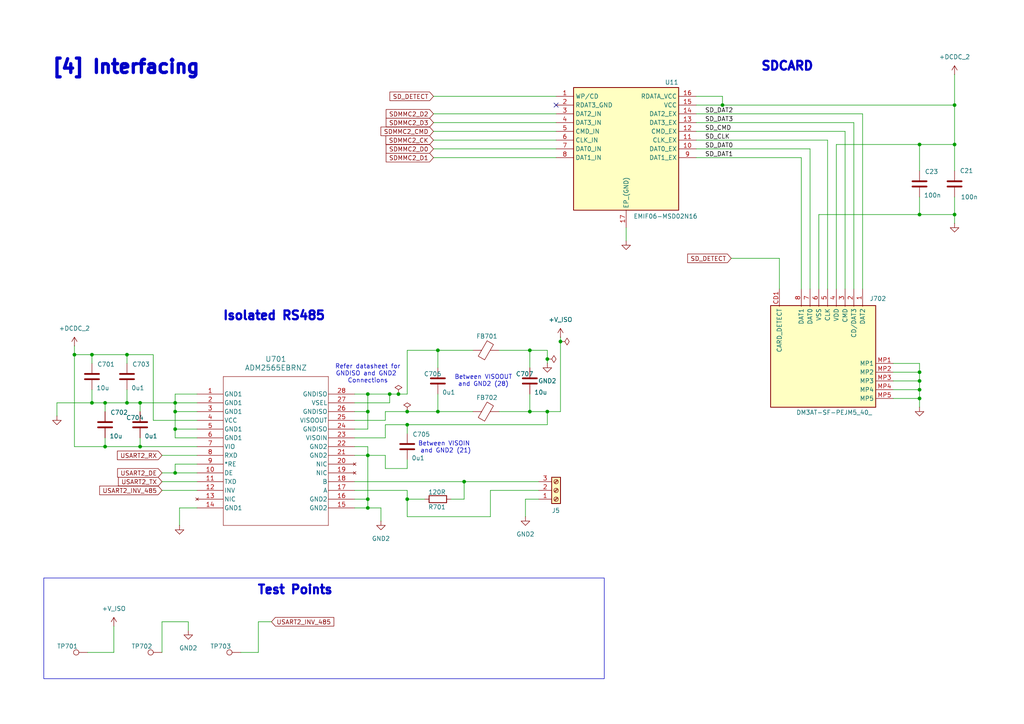
<source format=kicad_sch>
(kicad_sch (version 20231120) (generator "eeschema") (generator_version "8.0")
  (paper "A4")
  (title_block (title "Energy Monitoring System") (rev "v1.0.0") (company "Manufacturing Innovation Network Laboratory (MINLab)") (comment 1 "Developed by Vignesh Selvaraj"))
  (lib_symbols
    (symbol "Connector:Screw_Terminal_01x03" (pin_names (offset 1.016) hide)
      (property "Reference" "J" (at 0 5.08 0))
      (property "Value" "Screw_Terminal_01x03" (at 0 -5.08 0))
      (symbol "Screw_Terminal_01x03_1_1"
        (rectangle (start -1.27 3.81) (end 1.27 -3.81) (stroke (width 0.254)) (fill (type background)))
        (circle (center 0 -2.54) (radius 0.635) (stroke (width 0.1524)))
        (polyline (pts (xy -0.5334 -2.2098) (xy 0.3302 -3.048)) (stroke (width 0.1524)))
        (polyline (pts (xy -0.5334 0.3302) (xy 0.3302 -0.508)) (stroke (width 0.1524)))
        (polyline (pts (xy -0.5334 2.8702) (xy 0.3302 2.032)) (stroke (width 0.1524)))
        (polyline (pts (xy -0.3556 -2.032) (xy 0.508 -2.8702)) (stroke (width 0.1524)))
        (polyline (pts (xy -0.3556 0.508) (xy 0.508 -0.3302)) (stroke (width 0.1524)))
        (polyline (pts (xy -0.3556 3.048) (xy 0.508 2.2098)) (stroke (width 0.1524)))
        (circle (center 0 0) (radius 0.635) (stroke (width 0.1524)))
        (circle (center 0 2.54) (radius 0.635) (stroke (width 0.1524)))
        (pin passive line (at -5.08 2.54 0) (length 3.81) (name "Pin_1") (number "1"))
        (pin passive line (at -5.08 0 0) (length 3.81) (name "Pin_2") (number "2"))
        (pin passive line (at -5.08 -2.54 0) (length 3.81) (name "Pin_3") (number "3"))
      )
    )
    (symbol "Connector:TestPoint" (pin_numbers hide) (pin_names (offset 0.762) hide)
      (property "Reference" "TP" (at 0 6.858 0))
      (property "Value" "TestPoint" (at 0 5.08 0))
      (symbol "TestPoint_0_1"
        (circle (center 0 3.302) (radius 0.762))
      )
      (symbol "TestPoint_1_1"
        (pin passive line (at 0 0 90) (length 2.54) (name "1") (number "1"))
      )
    )
    (symbol "Device:C" (pin_numbers hide) (pin_names (offset 0.254))
      (property "Reference" "C" (at 0.635 2.54 0))
      (property "Value" "C" (at 0.635 -2.54 0))
      (symbol "C_0_1"
        (polyline (pts (xy -2.032 -0.762) (xy 2.032 -0.762)) (stroke (width 0.508)))
        (polyline (pts (xy -2.032 0.762) (xy 2.032 0.762)) (stroke (width 0.508)))
      )
      (symbol "C_1_1"
        (pin passive line (at 0 3.81 270) (length 2.794) (name "~") (number "1"))
        (pin passive line (at 0 -3.81 90) (length 2.794) (name "~") (number "2"))
      )
    )
    (symbol "Device:FerriteBead" (pin_numbers hide) (pin_names (offset 0))
      (property "Reference" "FB" (at -3.81 0.635 90))
      (property "Value" "FerriteBead" (at 3.81 0 90))
      (symbol "FerriteBead_0_1"
        (polyline (pts (xy 0 -1.27) (xy 0 -1.2192)))
        (polyline (pts (xy 0 1.27) (xy 0 1.2954)))
        (polyline (pts (xy -2.7686 0.4064) (xy -1.7018 2.2606) (xy 2.7686 -0.3048) (xy 1.6764 -2.159) (xy -2.7686 0.4064)))
      )
      (symbol "FerriteBead_1_1"
        (pin passive line (at 0 3.81 270) (length 2.54) (name "~") (number "1"))
        (pin passive line (at 0 -3.81 90) (length 2.54) (name "~") (number "2"))
      )
    )
    (symbol "Device:R" (pin_numbers hide) (pin_names (offset 0))
      (property "Reference" "R" (at 2.032 0 90))
      (property "Value" "R" (at 0 0 90))
      (symbol "R_0_1"
        (rectangle (start -1.016 -2.54) (end 1.016 2.54) (stroke (width 0.254)))
      )
      (symbol "R_1_1"
        (pin passive line (at 0 3.81 270) (length 1.27) (name "~") (number "1"))
        (pin passive line (at 0 -3.81 90) (length 1.27) (name "~") (number "2"))
      )
    )
    (symbol "EMS:+DCDC_2" (power) (pin_numbers hide) (pin_names (offset 0) hide) (in_bom no) (on_board no)
      (property "Value" "+DCDC_2" (at 0 3.302 0))
      (symbol "+DCDC_2_0_1"
        (polyline (pts (xy 0 2.54) (xy 0.762 1.27)))
        (polyline (pts (xy 0 0) (xy 0 2.54) (xy -0.762 1.27)))
      )
      (symbol "+DCDC_2_1_1"
        (pin power_in line (at 0 0 90) (length 0) (name "~") (number "1"))
      )
    )
    (symbol "EMS:+V_ISO" (power) (pin_numbers hide) (pin_names (offset 0) hide) (in_bom no) (on_board no)
      (property "Value" "+V_ISO" (at 0 3.302 0))
      (symbol "+V_ISO_0_1"
        (polyline (pts (xy 0 2.54) (xy 0.762 1.27)))
        (polyline (pts (xy 0 0) (xy 0 2.54) (xy -0.762 1.27)))
      )
      (symbol "+V_ISO_1_1"
        (pin power_in line (at 0 0 90) (length 0) (name "~") (number "1"))
      )
    )
    (symbol "EMS:ADM2565EBRNZ" (pin_names (offset 0.254))
      (property "Reference" "U" (at 1.27 25.4 0))
      (property "Value" "ADM2565EBRNZ" (at 1.27 22.86 0))
      (symbol "ADM2565EBRNZ_0_1"
        (polyline (pts (xy -13.97 -22.86) (xy 16.51 -22.86)) (stroke (width 0.127)))
        (polyline (pts (xy -13.97 20.32) (xy -13.97 -22.86)) (stroke (width 0.127)))
        (polyline (pts (xy 16.51 -22.86) (xy 16.51 20.32)) (stroke (width 0.127)))
        (polyline (pts (xy 16.51 20.32) (xy -13.97 20.32)) (stroke (width 0.127)))
        (pin power_in line (at -21.59 15.24 0) (length 7.62) (name "GND1") (number "1"))
        (pin passive line (at -21.59 -7.62 0) (length 7.62) (name "DE") (number "10"))
        (pin input line (at -21.59 -10.16 0) (length 7.62) (name "TXD") (number "11"))
        (pin input line (at -21.59 -12.7 0) (length 7.62) (name "INV") (number "12"))
        (pin no_connect line (at -21.59 -15.24 0) (length 7.62) (name "NIC") (number "13"))
        (pin power_in line (at -21.59 -17.78 0) (length 7.62) (name "GND1") (number "14"))
        (pin power_in line (at 24.13 -17.78 180) (length 7.62) (name "GND2") (number "15"))
        (pin power_in line (at 24.13 -15.24 180) (length 7.62) (name "GND2") (number "16"))
        (pin bidirectional line (at 24.13 -12.7 180) (length 7.62) (name "A") (number "17"))
        (pin bidirectional line (at 24.13 -10.16 180) (length 7.62) (name "B") (number "18"))
        (pin no_connect line (at 24.13 -7.62 180) (length 7.62) (name "NIC") (number "19"))
        (pin power_in line (at -21.59 12.7 0) (length 7.62) (name "GND1") (number "2"))
        (pin no_connect line (at 24.13 -5.08 180) (length 7.62) (name "NIC") (number "20"))
        (pin power_in line (at 24.13 -2.54 180) (length 7.62) (name "GND2") (number "21"))
        (pin power_in line (at 24.13 0 180) (length 7.62) (name "GND2") (number "22"))
        (pin power_in line (at 24.13 2.54 180) (length 7.62) (name "VISOIN") (number "23"))
        (pin power_in line (at 24.13 5.08 180) (length 7.62) (name "GNDISO") (number "24"))
        (pin power_in line (at 24.13 7.62 180) (length 7.62) (name "VISOOUT") (number "25"))
        (pin power_in line (at 24.13 10.16 180) (length 7.62) (name "GNDISO") (number "26"))
        (pin passive line (at 24.13 12.7 180) (length 7.62) (name "VSEL") (number "27"))
        (pin power_in line (at 24.13 15.24 180) (length 7.62) (name "GNDISO") (number "28"))
        (pin power_in line (at -21.59 10.16 0) (length 7.62) (name "GND1") (number "3"))
        (pin power_in line (at -21.59 7.62 0) (length 7.62) (name "VCC") (number "4"))
        (pin power_in line (at -21.59 5.08 0) (length 7.62) (name "GND1") (number "5"))
        (pin power_in line (at -21.59 2.54 0) (length 7.62) (name "GND1") (number "6"))
        (pin power_in line (at -21.59 0 0) (length 7.62) (name "VIO") (number "7"))
        (pin output line (at -21.59 -2.54 0) (length 7.62) (name "RXD") (number "8"))
        (pin input line (at -21.59 -5.08 0) (length 7.62) (name "*RE") (number "9"))
      )
    )
    (symbol "EMS:DM3AT-SF-PEJM5_40_"
      (property "Reference" "J" (at 14.224 17.78 0))
      (property "Value" "DM3AT-SF-PEJM5_40_" (at -5.842 -14.732 0))
      (symbol "DM3AT-SF-PEJM5_40__1_1"
        (rectangle (start -15.24 15.494) (end 15.24 -13.97) (stroke (width 0.254)) (fill (type background)))
        (pin passive line (at 11.43 20.32 270) (length 5.08) (name "DAT2") (number "1"))
        (pin passive line (at 8.89 20.32 270) (length 5.08) (name "CD/DAT3") (number "2"))
        (pin passive line (at 6.35 20.32 270) (length 5.08) (name "CMD") (number "3"))
        (pin passive line (at 3.81 20.32 270) (length 5.08) (name "VDD") (number "4"))
        (pin passive line (at 1.27 20.32 270) (length 5.08) (name "CLK") (number "5"))
        (pin passive line (at -1.27 20.32 270) (length 5.08) (name "VSS") (number "6"))
        (pin passive line (at -3.81 20.32 270) (length 5.08) (name "DAT0") (number "7"))
        (pin passive line (at -6.35 20.32 270) (length 5.08) (name "DAT1") (number "8"))
        (pin passive line (at -12.7 20.32 270) (length 5.08) (name "CARD_DETECT") (number "CD1"))
        (pin passive line (at 20.32 -1.27 180) (length 5.08) (name "MP1") (number "MP1"))
        (pin passive line (at 20.32 -3.81 180) (length 5.08) (name "MP2") (number "MP2"))
        (pin passive line (at 20.32 -6.35 180) (length 5.08) (name "MP3") (number "MP3"))
        (pin passive line (at 20.32 -8.89 180) (length 5.08) (name "MP4") (number "MP4"))
        (pin passive line (at 20.32 -11.43 180) (length 5.08) (name "MP5") (number "MP5"))
      )
    )
    (symbol "EMS:EMIF06-MSD02N16"
      (property "Reference" "U" (at 16.51 20.32 0))
      (property "Value" "EMIF06-MSD02N16" (at 7.874 -22.86 0))
      (symbol "EMIF06-MSD02N16_1_1"
        (rectangle (start -15.24 15.24) (end 15.24 -20.32) (stroke (width 0.254)) (fill (type background)))
        (pin passive line (at -20.32 12.7 0) (length 5.08) (name "WP/CD") (number "1"))
        (pin passive line (at 20.32 -2.54 180) (length 5.08) (name "DAT0_EX") (number "10"))
        (pin passive line (at 20.32 0 180) (length 5.08) (name "CLK_EX") (number "11"))
        (pin passive line (at 20.32 2.54 180) (length 5.08) (name "CMD_EX") (number "12"))
        (pin passive line (at 20.32 5.08 180) (length 5.08) (name "DAT3_EX") (number "13"))
        (pin passive line (at 20.32 7.62 180) (length 5.08) (name "DAT2_EX") (number "14"))
        (pin passive line (at 20.32 10.16 180) (length 5.08) (name "VCC") (number "15"))
        (pin passive line (at 20.32 12.7 180) (length 5.08) (name "RDATA_VCC") (number "16"))
        (pin passive line (at 0 -25.4 90) (length 5.08) (name "EP_(GND)") (number "17"))
        (pin passive line (at -20.32 10.16 0) (length 5.08) (name "RDAT3_GND") (number "2"))
        (pin passive line (at -20.32 7.62 0) (length 5.08) (name "DAT2_IN") (number "3"))
        (pin passive line (at -20.32 5.08 0) (length 5.08) (name "DAT3_IN") (number "4"))
        (pin passive line (at -20.32 2.54 0) (length 5.08) (name "CMD_IN") (number "5"))
        (pin passive line (at -20.32 0 0) (length 5.08) (name "CLK_IN") (number "6"))
        (pin passive line (at -20.32 -2.54 0) (length 5.08) (name "DAT0_IN") (number "7"))
        (pin passive line (at -20.32 -5.08 0) (length 5.08) (name "DAT1_IN") (number "8"))
        (pin passive line (at 20.32 -5.08 180) (length 5.08) (name "DAT1_EX") (number "9"))
      )
    )
    (symbol "power:GND" (power) (pin_numbers hide) (pin_names (offset 0) hide)
      (property "Value" "GND" (at 0 -3.81 0))
      (symbol "GND_0_1"
        (polyline (pts (xy 0 0) (xy 0 -1.27) (xy 1.27 -1.27) (xy 0 -2.54) (xy -1.27 -1.27) (xy 0 -1.27)))
      )
      (symbol "GND_1_1"
        (pin power_in line (at 0 0 270) (length 0) (name "~") (number "1"))
      )
    )
    (symbol "power:GND2" (power) (pin_numbers hide) (pin_names (offset 0) hide)
      (property "Value" "GND2" (at 0 -3.81 0))
      (symbol "GND2_0_1"
        (polyline (pts (xy 0 0) (xy 0 -1.27) (xy 1.27 -1.27) (xy 0 -2.54) (xy -1.27 -1.27) (xy 0 -1.27)))
      )
      (symbol "GND2_1_1"
        (pin power_in line (at 0 0 270) (length 0) (name "~") (number "1"))
      )
    )
    (symbol "power:PWR_FLAG" (power) (pin_numbers hide) (pin_names (offset 0) hide)
      (property "Value" "PWR_FLAG" (at 0 3.81 0))
      (symbol "PWR_FLAG_0_0"
        (pin power_out line (at 0 0 90) (length 0) (name "~") (number "1"))
      )
      (symbol "PWR_FLAG_0_1"
        (polyline (pts (xy 0 0) (xy 0 1.27) (xy -1.016 1.905) (xy 0 2.54) (xy 1.016 1.905) (xy 0 1.27)))
      )
    )
  )
  (junction (at 276.86 30.48))
  (junction (at 26.67 102.87))
  (junction (at 106.68 132.08))
  (junction (at 106.68 114.3))
  (junction (at 26.67 116.84))
  (junction (at 36.83 116.84))
  (junction (at 266.7 115.57))
  (junction (at 209.55 30.48))
  (junction (at 50.8 137.16))
  (junction (at 50.8 119.38))
  (junction (at 127 119.38))
  (junction (at 162.56 99.06))
  (junction (at 40.64 116.84))
  (junction (at 153.67 101.6))
  (junction (at 118.11 123.19))
  (junction (at 21.59 102.87))
  (junction (at 266.7 62.23))
  (junction (at 276.86 62.23))
  (junction (at 266.7 107.95))
  (junction (at 40.64 129.54))
  (junction (at 118.11 119.38))
  (junction (at 30.48 116.84))
  (junction (at 36.83 102.87))
  (junction (at 115.57 114.3))
  (junction (at 50.8 124.46))
  (junction (at 276.86 41.91))
  (junction (at 106.68 119.38))
  (junction (at 153.67 119.38))
  (junction (at 127 101.6))
  (junction (at 158.75 119.38))
  (junction (at 106.68 144.78))
  (junction (at 158.75 104.14))
  (junction (at 266.7 41.91))
  (junction (at 266.7 113.03))
  (junction (at 118.11 144.78))
  (junction (at 106.68 147.32))
  (junction (at 113.03 114.3))
  (junction (at 266.7 110.49))
  (junction (at 134.62 139.7))
  (junction (at 30.48 129.54))
  (junction (at 50.8 116.84))
  (no_connect (at 161.29 30.48))
  (wire (pts (xy 36.83 102.87) (xy 36.83 105.41)))
  (wire (pts (xy 201.93 33.02) (xy 250.19 33.02)))
  (wire (pts (xy 127 101.6) (xy 127 106.68)))
  (wire (pts (xy 247.65 35.56) (xy 247.65 83.82)))
  (wire (pts (xy 33.02 189.23) (xy 33.02 181.61)))
  (wire (pts (xy 125.73 40.64) (xy 161.29 40.64)))
  (wire (pts (xy 106.68 114.3) (xy 113.03 114.3)))
  (wire (pts (xy 266.7 57.15) (xy 266.7 62.23)))
  (wire (pts (xy 266.7 62.23) (xy 276.86 62.23)))
  (wire (pts (xy 181.61 66.04) (xy 181.61 69.85)))
  (wire (pts (xy 40.64 116.84) (xy 36.83 116.84)))
  (wire (pts (xy 30.48 116.84) (xy 30.48 119.38)))
  (wire (pts (xy 36.83 102.87) (xy 26.67 102.87)))
  (wire (pts (xy 158.75 119.38) (xy 162.56 119.38)))
  (wire (pts (xy 118.11 123.19) (xy 118.11 125.73)))
  (wire (pts (xy 50.8 134.62) (xy 50.8 137.16)))
  (wire (pts (xy 118.11 142.24) (xy 118.11 144.78)))
  (wire (pts (xy 266.7 41.91) (xy 266.7 49.53)))
  (wire (pts (xy 125.73 38.1) (xy 161.29 38.1)))
  (wire (pts (xy 54.61 180.34) (xy 54.61 182.88)))
  (wire (pts (xy 158.75 123.19) (xy 158.75 119.38)))
  (wire (pts (xy 57.15 114.3) (xy 50.8 114.3)))
  (wire (pts (xy 125.73 45.72) (xy 161.29 45.72)))
  (wire (pts (xy 226.06 74.93) (xy 226.06 83.82)))
  (wire (pts (xy 118.11 101.6) (xy 127 101.6)))
  (wire (pts (xy 46.99 180.34) (xy 54.61 180.34)))
  (wire (pts (xy 36.83 113.03) (xy 36.83 116.84)))
  (wire (pts (xy 153.67 114.3) (xy 153.67 119.38)))
  (wire (pts (xy 237.49 62.23) (xy 266.7 62.23)))
  (wire (pts (xy 125.73 27.94) (xy 161.29 27.94)))
  (wire (pts (xy 106.68 129.54) (xy 106.68 132.08)))
  (wire (pts (xy 153.67 119.38) (xy 158.75 119.38)))
  (wire (pts (xy 102.87 142.24) (xy 118.11 142.24)))
  (wire (pts (xy 153.67 101.6) (xy 158.75 101.6)))
  (wire (pts (xy 240.03 40.64) (xy 201.93 40.64)))
  (wire (pts (xy 259.08 110.49) (xy 266.7 110.49)))
  (wire (pts (xy 50.8 137.16) (xy 57.15 137.16)))
  (wire (pts (xy 234.95 43.18) (xy 234.95 83.82)))
  (wire (pts (xy 113.03 114.3) (xy 115.57 114.3)))
  (wire (pts (xy 57.15 116.84) (xy 50.8 116.84)))
  (wire (pts (xy 118.11 149.86) (xy 142.24 149.86)))
  (wire (pts (xy 266.7 105.41) (xy 266.7 107.95)))
  (wire (pts (xy 16.51 116.84) (xy 16.51 120.65)))
  (wire (pts (xy 40.64 116.84) (xy 40.64 119.38)))
  (wire (pts (xy 50.8 116.84) (xy 40.64 116.84)))
  (wire (pts (xy 125.73 33.02) (xy 161.29 33.02)))
  (wire (pts (xy 118.11 114.3) (xy 118.11 101.6)))
  (wire (pts (xy 26.67 116.84) (xy 16.51 116.84)))
  (wire (pts (xy 250.19 33.02) (xy 250.19 83.82)))
  (wire (pts (xy 25.4 189.23) (xy 33.02 189.23)))
  (wire (pts (xy 162.56 99.06) (xy 162.56 119.38)))
  (wire (pts (xy 102.87 144.78) (xy 106.68 144.78)))
  (wire (pts (xy 201.93 38.1) (xy 245.11 38.1)))
  (wire (pts (xy 127 114.3) (xy 127 119.38)))
  (wire (pts (xy 44.45 102.87) (xy 36.83 102.87)))
  (wire (pts (xy 111.76 127) (xy 111.76 123.19)))
  (wire (pts (xy 50.8 127) (xy 50.8 124.46)))
  (wire (pts (xy 209.55 27.94) (xy 209.55 30.48)))
  (wire (pts (xy 46.99 137.16) (xy 50.8 137.16)))
  (wire (pts (xy 245.11 38.1) (xy 245.11 83.82)))
  (wire (pts (xy 232.41 45.72) (xy 232.41 83.82)))
  (wire (pts (xy 118.11 144.78) (xy 118.11 149.86)))
  (wire (pts (xy 111.76 132.08) (xy 106.68 132.08)))
  (wire (pts (xy 118.11 135.89) (xy 111.76 135.89)))
  (wire (pts (xy 44.45 121.92) (xy 44.45 102.87)))
  (wire (pts (xy 74.93 180.34) (xy 78.74 180.34)))
  (wire (pts (xy 102.87 124.46) (xy 106.68 124.46)))
  (wire (pts (xy 127 119.38) (xy 137.16 119.38)))
  (wire (pts (xy 57.15 134.62) (xy 50.8 134.62)))
  (wire (pts (xy 111.76 121.92) (xy 111.76 119.38)))
  (wire (pts (xy 46.99 132.08) (xy 57.15 132.08)))
  (wire (pts (xy 102.87 114.3) (xy 106.68 114.3)))
  (wire (pts (xy 144.78 119.38) (xy 153.67 119.38)))
  (wire (pts (xy 118.11 123.19) (xy 158.75 123.19)))
  (wire (pts (xy 102.87 147.32) (xy 106.68 147.32)))
  (wire (pts (xy 50.8 124.46) (xy 50.8 119.38)))
  (wire (pts (xy 57.15 119.38) (xy 50.8 119.38)))
  (wire (pts (xy 125.73 35.56) (xy 161.29 35.56)))
  (wire (pts (xy 113.03 116.84) (xy 113.03 114.3)))
  (wire (pts (xy 46.99 189.23) (xy 46.99 180.34)))
  (wire (pts (xy 111.76 135.89) (xy 111.76 132.08)))
  (wire (pts (xy 102.87 116.84) (xy 113.03 116.84)))
  (wire (pts (xy 21.59 102.87) (xy 21.59 100.33)))
  (wire (pts (xy 162.56 97.79) (xy 162.56 99.06)))
  (wire (pts (xy 242.57 41.91) (xy 266.7 41.91)))
  (wire (pts (xy 237.49 62.23) (xy 237.49 83.82)))
  (wire (pts (xy 201.93 35.56) (xy 247.65 35.56)))
  (wire (pts (xy 240.03 40.64) (xy 240.03 83.82)))
  (wire (pts (xy 30.48 127) (xy 30.48 129.54)))
  (wire (pts (xy 201.93 27.94) (xy 209.55 27.94)))
  (wire (pts (xy 276.86 30.48) (xy 276.86 41.91)))
  (wire (pts (xy 276.86 21.59) (xy 276.86 30.48)))
  (wire (pts (xy 106.68 124.46) (xy 106.68 119.38)))
  (wire (pts (xy 259.08 107.95) (xy 266.7 107.95)))
  (wire (pts (xy 106.68 147.32) (xy 110.49 147.32)))
  (wire (pts (xy 266.7 115.57) (xy 266.7 118.11)))
  (wire (pts (xy 30.48 116.84) (xy 26.67 116.84)))
  (wire (pts (xy 111.76 119.38) (xy 118.11 119.38)))
  (wire (pts (xy 118.11 144.78) (xy 123.19 144.78)))
  (wire (pts (xy 125.73 43.18) (xy 161.29 43.18)))
  (wire (pts (xy 106.68 119.38) (xy 106.68 114.3)))
  (wire (pts (xy 212.09 74.93) (xy 226.06 74.93)))
  (wire (pts (xy 259.08 115.57) (xy 266.7 115.57)))
  (wire (pts (xy 118.11 133.35) (xy 118.11 135.89)))
  (wire (pts (xy 57.15 147.32) (xy 52.07 147.32)))
  (wire (pts (xy 57.15 129.54) (xy 40.64 129.54)))
  (wire (pts (xy 102.87 119.38) (xy 106.68 119.38)))
  (wire (pts (xy 209.55 30.48) (xy 276.86 30.48)))
  (wire (pts (xy 259.08 113.03) (xy 266.7 113.03)))
  (wire (pts (xy 115.57 114.3) (xy 118.11 114.3)))
  (wire (pts (xy 102.87 132.08) (xy 106.68 132.08)))
  (wire (pts (xy 110.49 147.32) (xy 110.49 151.13)))
  (wire (pts (xy 152.4 144.78) (xy 152.4 149.86)))
  (wire (pts (xy 259.08 105.41) (xy 266.7 105.41)))
  (wire (pts (xy 36.83 116.84) (xy 30.48 116.84)))
  (wire (pts (xy 266.7 113.03) (xy 266.7 115.57)))
  (wire (pts (xy 276.86 57.15) (xy 276.86 62.23)))
  (wire (pts (xy 142.24 142.24) (xy 156.21 142.24)))
  (wire (pts (xy 102.87 139.7) (xy 134.62 139.7)))
  (wire (pts (xy 266.7 110.49) (xy 266.7 113.03)))
  (wire (pts (xy 130.81 144.78) (xy 134.62 144.78)))
  (wire (pts (xy 46.99 139.7) (xy 57.15 139.7)))
  (wire (pts (xy 102.87 129.54) (xy 106.68 129.54)))
  (wire (pts (xy 201.93 45.72) (xy 232.41 45.72)))
  (wire (pts (xy 50.8 119.38) (xy 50.8 116.84)))
  (wire (pts (xy 52.07 147.32) (xy 52.07 152.4)))
  (wire (pts (xy 142.24 149.86) (xy 142.24 142.24)))
  (wire (pts (xy 69.85 189.23) (xy 74.93 189.23)))
  (wire (pts (xy 102.87 121.92) (xy 111.76 121.92)))
  (wire (pts (xy 46.99 142.24) (xy 57.15 142.24)))
  (wire (pts (xy 106.68 144.78) (xy 106.68 147.32)))
  (wire (pts (xy 153.67 101.6) (xy 153.67 106.68)))
  (wire (pts (xy 74.93 180.34) (xy 74.93 189.23)))
  (wire (pts (xy 26.67 113.03) (xy 26.67 116.84)))
  (wire (pts (xy 57.15 124.46) (xy 50.8 124.46)))
  (wire (pts (xy 266.7 41.91) (xy 276.86 41.91)))
  (wire (pts (xy 102.87 127) (xy 111.76 127)))
  (wire (pts (xy 21.59 129.54) (xy 21.59 102.87)))
  (wire (pts (xy 50.8 114.3) (xy 50.8 116.84)))
  (wire (pts (xy 40.64 129.54) (xy 30.48 129.54)))
  (wire (pts (xy 26.67 102.87) (xy 21.59 102.87)))
  (wire (pts (xy 111.76 123.19) (xy 118.11 123.19)))
  (wire (pts (xy 134.62 144.78) (xy 134.62 139.7)))
  (wire (pts (xy 40.64 127) (xy 40.64 129.54)))
  (wire (pts (xy 57.15 121.92) (xy 44.45 121.92)))
  (wire (pts (xy 26.67 102.87) (xy 26.67 105.41)))
  (wire (pts (xy 118.11 119.38) (xy 127 119.38)))
  (wire (pts (xy 242.57 41.91) (xy 242.57 83.82)))
  (wire (pts (xy 57.15 127) (xy 50.8 127)))
  (wire (pts (xy 106.68 132.08) (xy 106.68 144.78)))
  (wire (pts (xy 134.62 139.7) (xy 156.21 139.7)))
  (wire (pts (xy 276.86 41.91) (xy 276.86 49.53)))
  (wire (pts (xy 266.7 107.95) (xy 266.7 110.49)))
  (wire (pts (xy 30.48 129.54) (xy 21.59 129.54)))
  (wire (pts (xy 144.78 101.6) (xy 153.67 101.6)))
  (wire (pts (xy 201.93 30.48) (xy 209.55 30.48)))
  (wire (pts (xy 276.86 62.23) (xy 276.86 64.77)))
  (wire (pts (xy 156.21 144.78) (xy 152.4 144.78)))
  (wire (pts (xy 127 101.6) (xy 137.16 101.6)))
  (wire (pts (xy 234.95 43.18) (xy 201.93 43.18)))
  (wire (pts (xy 158.75 101.6) (xy 158.75 104.14)))
  (wire (pts (xy 158.75 104.14) (xy 158.75 105.41)))
  (rectangle (start 12.7 167.64) (end 175.26 196.85))
  (text "Between VISOIN \nand GND2 (21)\n" (at 129.286 129.794 0) (effects (font (size 1.27 1.27))))
  (text "Refer datasheet for\nGNDISO and GND2 \nConnections\n" (at 106.68 108.458 0) (effects (font (size 1.27 1.27))))
  (text "SDCARD" (at 228.346 19.304 0) (effects (font (size 2.54 2.54) (thickness 0.762) (bold yes))))
  (text "Between VISOOUT\nand GND2 (28)\n" (at 140.208 110.49 0) (effects (font (size 1.27 1.27))))
  (text "[4] Interfacing" (at 36.576 19.558 0) (effects (font (size 3.81 3.81) (thickness 1.016) (bold yes))))
  (text "Test Points" (at 85.598 171.196 0) (effects (font (size 2.54 2.54) (thickness 0.762) (bold yes))))
  (text "Isolated RS485" (at 79.502 91.694 0) (effects (font (size 2.54 2.54) (thickness 0.762) (bold yes))))
  (label "SD_DAT0" (at 204.47 43.18 0))
  (label "SD_DAT2" (at 204.47 33.02 0))
  (label "SD_DAT3" (at 204.47 35.56 0))
  (label "SD_CLK" (at 204.47 40.64 0))
  (label "SD_DAT1" (at 204.47 45.72 0))
  (label "SD_CMD" (at 204.47 38.1 0))
  (global_label "SDMMC2_D1" (shape input) (at 125.73 45.72 180) (property "Intersheetrefs" "${INTERSHEET_REFS}" (effects (hide yes))))
  (global_label "SDMMC2_CK" (shape input) (at 125.73 40.64 180) (property "Intersheetrefs" "${INTERSHEET_REFS}" (effects (hide yes))))
  (global_label "SD_DETECT" (shape input) (at 212.09 74.93 180) (property "Intersheetrefs" "${INTERSHEET_REFS}" (effects (hide yes))))
  (global_label "USART2_RX" (shape input) (at 46.99 132.08 180) (property "Intersheetrefs" "${INTERSHEET_REFS}" (effects (hide yes))))
  (global_label "SDMMC2_D2" (shape input) (at 125.73 33.02 180) (property "Intersheetrefs" "${INTERSHEET_REFS}" (effects (hide yes))))
  (global_label "USART2_INV_485" (shape input) (at 46.99 142.24 180) (property "Intersheetrefs" "${INTERSHEET_REFS}" (effects (hide yes))))
  (global_label "USART2_INV_485" (shape input) (at 78.74 180.34 0) (property "Intersheetrefs" "${INTERSHEET_REFS}" (effects (hide yes))))
  (global_label "SDMMC2_CMD" (shape input) (at 125.73 38.1 180) (property "Intersheetrefs" "${INTERSHEET_REFS}" (effects (hide yes))))
  (global_label "SDMMC2_D0" (shape input) (at 125.73 43.18 180) (property "Intersheetrefs" "${INTERSHEET_REFS}" (effects (hide yes))))
  (global_label "USART2_TX" (shape input) (at 46.99 139.7 180) (property "Intersheetrefs" "${INTERSHEET_REFS}" (effects (hide yes))))
  (global_label "SD_DETECT" (shape input) (at 125.73 27.94 180) (property "Intersheetrefs" "${INTERSHEET_REFS}" (effects (hide yes))))
  (global_label "USART2_DE" (shape input) (at 46.99 137.16 180) (property "Intersheetrefs" "${INTERSHEET_REFS}" (effects (hide yes))))
  (global_label "SDMMC2_D3" (shape input) (at 125.73 35.56 180) (property "Intersheetrefs" "${INTERSHEET_REFS}" (effects (hide yes))))
  (symbol (lib_id "Device:FerriteBead") (at 140.97 101.6 90) (unit 1)
    (property "Reference" "FB701" (at 141.224 97.536 90))
    (property "Value" "FerriteBead" (effects (hide yes)))
    (property "Footprint" "EMS:BLM15HD182SN1D" (effects (hide yes)))
    (property "Datasheet" "https://www.mouser.com/datasheet/2/281/ENFA0024-1915604.pdf" (effects (hide yes)))
    (property "Description" "Ferrite bead" (effects (hide yes)))
    (property "Distributor_Link" "https://www.mouser.com/ProductDetail/Murata-Electronics/BLM15HD182SN1D?qs=0VEDk56ETToBhybuH4wvpA%3D%3D" (effects (hide yes)))
    (property "Manufacturer_Name" "Murata Electronics" (effects (hide yes)))
    (property "Manufacturer_Part_Number" "BLM15HD182SN1D" (effects (hide yes)))
  )
  (symbol (lib_id "Device:C") (at 30.48 123.19 0) (unit 1)
    (property "Reference" "C702" (at 32.004 119.634 0) (effects (justify left)))
    (property "Value" "10u" (at 31.75 126.492 0) (effects (justify left)))
    (property "Footprint" "Capacitor_SMD:C_0603_1608Metric" (effects (hide yes)))
    (property "Datasheet" "https://www.mouser.com/datasheet/2/40/cx5r_KGM-3223198.pdf" (effects (hide yes)))
    (property "Description" "Unpolarized capacitor" (effects (hide yes)))
    (property "Distributor_Link" "https://www.mouser.com/ProductDetail/KYOCERA-AVX/KGM15CR51A106KT?qs=Jm2GQyTW%2FbjXWeIrE371aQ%3D%3D" (effects (hide yes)))
    (property "Manufacturer_Name" "KYOCERA AVX" (effects (hide yes)))
    (property "Manufacturer_Part_Number" "KGM15CR51A106KT" (effects (hide yes)))
  )
  (symbol (lib_id "power:GND") (at 266.7 118.11 0) (unit 1)
    (property "Reference" "#PWR0711" (effects (hide yes)))
    (property "Value" "GND" (effects (hide yes)))
    (property "Description" "Power symbol creates a global label with name \"GND\" , ground" (effects (hide yes)))
  )
  (symbol (lib_id "EMS:ADM2565EBRNZ") (at 78.74 129.54 0) (unit 1)
    (property "Reference" "U701" (at 80.01 104.14 0) (effects (font (size 1.524 1.524))))
    (property "Value" "ADM2565EBRNZ" (at 80.01 106.68 0) (effects (font (size 1.524 1.524))))
    (property "Footprint" "EMS:ADM2565EBRNZ-SOIC-28" (effects (hide yes)))
    (property "Datasheet" "https://www.mouser.com/datasheet/2/609/adm2561e_adm2563e_adm2565e_adm2567e-1877385.pdf" (effects (hide yes)))
    (property "Distributor_Link" "https://www.mouser.com/ProductDetail/Analog-Devices/ADM2565EBRNZ?qs=DPoM0jnrROUAp2vbRe3rEw%3D%3D" (effects (hide yes)))
    (property "Manufacturer_Name" "Analog Devices" (effects (hide yes)))
    (property "Manufacturer_Part_Number" "ADM2565EBRNZ" (effects (hide yes)))
  )
  (symbol (lib_id "Device:R") (at 127 144.78 90) (unit 1)
    (property "Reference" "R701" (at 126.746 147.066 90))
    (property "Value" "120R" (at 126.746 142.748 90))
    (property "Footprint" "Resistor_SMD:R_0402_1005Metric" (effects (hide yes)))
    (property "Datasheet" "https://www.rohm.com/datasheet?p=SFR01MZPF&dist=Mouser&media=referral&source=mouser.com&campaign=Mouser" (effects (hide yes)))
    (property "Description" "Resistor" (effects (hide yes)))
    (property "Distributor_Link" "https://www.mouser.com/ProductDetail/ROHM-Semiconductor/SFR01MZPF1200?qs=byeeYqUIh0O51%2Fd5wyiQxA%3D%3D" (effects (hide yes)))
    (property "Manufacturer_Name" "ROHM Semiconductor" (effects (hide yes)))
    (property "Manufacturer_Part_Number" "SFR01MZPF1200" (effects (hide yes)))
  )
  (symbol (lib_id "EMS:EMIF06-MSD02N16") (at 181.61 40.64 0) (unit 1)
    (property "Reference" "U11" (at 194.818 23.876 0))
    (property "Value" "EMIF06-MSD02N16" (at 193.04 62.738 0))
    (property "Footprint" "EMS:EMIF06-MSD02N16" (effects (hide yes)))
    (property "Datasheet" "http://www.st.com/content/ccc/resource/technical/document/datasheet/a7/86/d3/98/2c/7f/4b/d2/CD00217829.pdf/files/CD00217829.pdf/jcr:content/translations/en.CD00217829.pdf" (effects (hide yes)))
    (property "Description" "6-Line EMI filter&ESD for SD card uQFN16 STMicroelectronics EMIF06-MSD02N16, EMI Filter & ESD Protector" (effects (hide yes)))
    (property "Height" "0" (effects (hide yes)))
    (property "Mouser Part Number" "511-EMIF06-MSD02N16" (effects (hide yes)))
    (property "Mouser Price/Stock" "https://www.mouser.co.uk/ProductDetail/STMicroelectronics/EMIF06-MSD02N16?qs=1CGoW%2F3pMwpSqVuN8kmN4Q%3D%3D" (effects (hide yes)))
    (property "Manufacturer_Name" "STMicroelectronics" (effects (hide yes)))
    (property "Manufacturer_Part_Number" "EMIF06-MSD02N16" (effects (hide yes)))
    (property "Distributor_Link" "https://www.mouser.co.uk/ProductDetail/STMicroelectronics/EMIF06-MSD02N16?qs=1CGoW%2F3pMwpSqVuN8kmN4Q%3D%3D" (effects (hide yes)))
    (instances (project "" (path "" (reference "U11") (unit 1))) (project "" (path "" (reference "U702") (unit 1))))
  )
  (symbol (lib_id "Device:C") (at 36.83 109.22 0) (unit 1)
    (property "Reference" "C703" (at 38.354 105.664 0) (effects (justify left)))
    (property "Value" "0u1" (at 38.1 112.522 0) (effects (justify left)))
    (property "Footprint" "Capacitor_SMD:C_0402_1005Metric" (effects (hide yes)))
    (property "Datasheet" "https://www.mouser.com/datasheet/2/40/cx5r-2835979.pdf" (effects (hide yes)))
    (property "Description" "Unpolarized capacitor" (effects (hide yes)))
    (property "Distributor_Link" "https://www.mouser.com/ProductDetail/KYOCERA-AVX/04023D104JAT2A?qs=r5DSvlrkXmJgSdo5yOX5%2Fw%3D%3D" (effects (hide yes)))
    (property "Manufacturer_Name" "KYOCERA AVX" (effects (hide yes)))
    (property "Manufacturer_Part_Number" "04023D104JAT2A" (effects (hide yes)))
  )
  (symbol (lib_id "power:PWR_FLAG") (at 115.57 114.3 0) (unit 1)
    (property "Reference" "#FLG0701" (effects (hide yes)))
    (property "Value" "PWR_FLAG" (effects (hide yes)))
    (property "Description" "Special symbol for telling ERC where power comes from" (effects (hide yes)))
  )
  (symbol (lib_id "Connector:TestPoint") (at 46.99 189.23 90) (unit 1)
    (property "Reference" "TP702" (at 41.148 187.452 90))
    (property "Value" "TestPoint" (effects (hide yes)))
    (property "Footprint" "TestPoint:TestPoint_Pad_D3.0mm" (effects (hide yes)))
    (property "Description" "test point" (effects (hide yes)))
  )
  (symbol (lib_id "Device:C") (at 276.86 53.34 0) (unit 1)
    (property "Reference" "C21" (at 278.384 49.53 0) (effects (justify left)))
    (property "Value" "100n" (at 278.638 57.15 0) (effects (justify left)))
    (property "Footprint" "Capacitor_SMD:C_0402_1005Metric" (effects (hide yes)))
    (property "Datasheet" "https://www.mouser.com/datasheet/2/40/KGM_X7R-3223212.pdf" (effects (hide yes)))
    (property "Description" "Unpolarized capacitor" (effects (hide yes)))
    (property "Distributor_Link" "https://www.mouser.com/ProductDetail/KYOCERA-AVX/04023C104KAT2A?qs=nNezP%252BoerbAsgsxxIAjFOw%3D%3D" (effects (hide yes)))
    (property "Manufacturer_Name" "KYOCERA AVX" (effects (hide yes)))
    (property "Manufacturer_Part_Number" "04023C104KAT2A" (effects (hide yes)))
    (instances (project "AcousticMonitoringSystem" (path "" (reference "C21") (unit 1))) (project "" (path "" (reference "C709") (unit 1))))
  )
  (symbol (lib_id "power:GND") (at 52.07 152.4 0) (unit 1)
    (property "Reference" "#PWR0704" (effects (hide yes)))
    (property "Value" "GND" (effects (hide yes)))
    (property "Description" "Power symbol creates a global label with name \"GND\" , ground" (effects (hide yes)))
  )
  (symbol (lib_id "power:GND2") (at 110.49 151.13 0) (unit 1)
    (property "Reference" "#PWR0706" (effects (hide yes)))
    (property "Value" "GND2" (at 110.49 156.21 0))
    (property "Description" "Power symbol creates a global label with name \"GND2\" , ground" (effects (hide yes)))
  )
  (symbol (lib_id "power:GND2") (at 158.75 105.41 0) (unit 1)
    (property "Reference" "#PWR0708" (effects (hide yes)))
    (property "Value" "GND2" (at 158.75 110.49 0))
    (property "Description" "Power symbol creates a global label with name \"GND2\" , ground" (effects (hide yes)))
  )
  (symbol (lib_id "Device:C") (at 40.64 123.19 0) (unit 1)
    (property "Reference" "C704" (at 36.576 121.158 0) (effects (justify left)))
    (property "Value" "0u1" (at 41.91 126.492 0) (effects (justify left)))
    (property "Footprint" "Capacitor_SMD:C_0402_1005Metric" (effects (hide yes)))
    (property "Datasheet" "https://www.mouser.com/datasheet/2/40/cx5r-2835979.pdf" (effects (hide yes)))
    (property "Description" "Unpolarized capacitor" (effects (hide yes)))
    (property "Distributor_Link" "https://www.mouser.com/ProductDetail/KYOCERA-AVX/04023D104JAT2A?qs=r5DSvlrkXmJgSdo5yOX5%2Fw%3D%3D" (effects (hide yes)))
    (property "Manufacturer_Name" "KYOCERA AVX" (effects (hide yes)))
    (property "Manufacturer_Part_Number" "04023D104JAT2A" (effects (hide yes)))
  )
  (symbol (lib_id "Device:C") (at 153.67 110.49 0) (unit 1)
    (property "Reference" "C707" (at 149.606 108.458 0) (effects (justify left)))
    (property "Value" "10u" (at 154.94 113.792 0) (effects (justify left)))
    (property "Footprint" "Capacitor_SMD:C_0603_1608Metric" (effects (hide yes)))
    (property "Datasheet" "https://www.mouser.com/datasheet/2/40/cx5r_KGM-3223198.pdf" (effects (hide yes)))
    (property "Description" "Unpolarized capacitor" (effects (hide yes)))
    (property "Distributor_Link" "https://www.mouser.com/ProductDetail/KYOCERA-AVX/KGM15CR51A106KT?qs=Jm2GQyTW%2FbjXWeIrE371aQ%3D%3D" (effects (hide yes)))
    (property "Manufacturer_Name" "KYOCERA AVX" (effects (hide yes)))
    (property "Manufacturer_Part_Number" "KGM15CR51A106KT" (effects (hide yes)))
  )
  (symbol (lib_id "Device:C") (at 26.67 109.22 0) (unit 1)
    (property "Reference" "C701" (at 28.194 105.664 0) (effects (justify left)))
    (property "Value" "10u" (at 27.94 112.522 0) (effects (justify left)))
    (property "Footprint" "Capacitor_SMD:C_0603_1608Metric" (effects (hide yes)))
    (property "Datasheet" "https://www.mouser.com/datasheet/2/40/cx5r_KGM-3223198.pdf" (effects (hide yes)))
    (property "Description" "Unpolarized capacitor" (effects (hide yes)))
    (property "Distributor_Link" "https://www.mouser.com/ProductDetail/KYOCERA-AVX/KGM15CR51A106KT?qs=Jm2GQyTW%2FbjXWeIrE371aQ%3D%3D" (effects (hide yes)))
    (property "Manufacturer_Name" "KYOCERA AVX" (effects (hide yes)))
    (property "Manufacturer_Part_Number" "KGM15CR51A106KT" (effects (hide yes)))
  )
  (symbol (lib_id "power:GND2") (at 54.61 182.88 0) (unit 1)
    (property "Reference" "#PWR0705" (effects (hide yes)))
    (property "Value" "GND2" (at 54.61 187.96 0))
    (property "Description" "Power symbol creates a global label with name \"GND2\" , ground" (effects (hide yes)))
  )
  (symbol (lib_id "power:GND") (at 276.86 64.77 0) (unit 1)
    (property "Reference" "#PWR072" (effects (hide yes)))
    (property "Value" "GND" (effects (hide yes)))
    (property "Description" "Power symbol creates a global label with name \"GND\" , ground" (effects (hide yes)))
    (instances (project "AcousticMonitoringSystem" (path "" (reference "#PWR072") (unit 1))) (project "" (path "" (reference "#PWR0713") (unit 1))))
  )
  (symbol (lib_id "power:PWR_FLAG") (at 118.11 119.38 0) (unit 1)
    (property "Reference" "#FLG0702" (effects (hide yes)))
    (property "Value" "PWR_FLAG" (effects (hide yes)))
    (property "Description" "Special symbol for telling ERC where power comes from" (effects (hide yes)))
  )
  (symbol (lib_id "Device:FerriteBead") (at 140.97 119.38 90) (unit 1)
    (property "Reference" "FB702" (at 141.224 115.316 90))
    (property "Value" "FerriteBead" (effects (hide yes)))
    (property "Footprint" "EMS:BLM15HD182SN1D" (effects (hide yes)))
    (property "Datasheet" "https://www.mouser.com/datasheet/2/281/ENFA0024-1915604.pdf" (effects (hide yes)))
    (property "Description" "Ferrite bead" (effects (hide yes)))
    (property "Distributor_Link" "https://www.mouser.com/ProductDetail/Murata-Electronics/BLM15HD182SN1D?qs=0VEDk56ETToBhybuH4wvpA%3D%3D" (effects (hide yes)))
    (property "Manufacturer_Name" "Murata Electronics" (effects (hide yes)))
    (property "Manufacturer_Part_Number" "BLM15HD182SN1D" (effects (hide yes)))
  )
  (symbol (lib_id "EMS:+V_ISO") (at 33.02 181.61 0) (unit 1) (in_bom no) (on_board no)
    (property "Reference" "#PWR0703" (effects (hide yes)))
    (property "Value" "+V_ISO" (at 33.02 176.53 0))
    (property "Description" "Power symbol for Isolated Voltage \"V_ISO\"" (effects (hide yes)))
  )
  (symbol (lib_id "power:PWR_FLAG") (at 158.75 104.14 270) (unit 1)
    (property "Reference" "#FLG0703" (effects (hide yes)))
    (property "Value" "PWR_FLAG" (effects (hide yes)))
    (property "Description" "Special symbol for telling ERC where power comes from" (effects (hide yes)))
  )
  (symbol (lib_id "EMS:DM3AT-SF-PEJM5_40_") (at 238.76 104.14 0) (unit 1)
    (property "Reference" "J702" (at 257.048 86.614 0) (effects (justify right)))
    (property "Value" "DM3AT-SF-PEJM5_40_" (at 252.984 119.634 0) (effects (justify right)))
    (property "Footprint" "EMS:DM3ATSFPEJM540" (effects (hide yes)))
    (property "Datasheet" "https://componentsearchengine.com/Datasheets/2/DM3AT-SF-PEJM5(40).pdf" (effects (hide yes)))
    (property "Description" "Memory Card Connectors MICRO SD CD CONN STD SMT PUSHPUSH" (effects (hide yes)))
    (property "Height" "1.83" (effects (hide yes)))
    (property "Mouser Part Number" "798-DM3AT-SF-PEJM540" (effects (hide yes)))
    (property "Mouser Price/Stock" "https://www.mouser.co.uk/ProductDetail/Hirose-Connector/DM3AT-SF-PEJM540?qs=0WLLhGLuJYzPvbo0KPPEoQ%3D%3D" (effects (hide yes)))
    (property "Manufacturer_Name" "Hirose" (effects (hide yes)))
    (property "Manufacturer_Part_Number" "DM3AT-SF-PEJM5(40)" (effects (hide yes)))
    (property "Distributor_Link" "https://www.mouser.co.uk/ProductDetail/Hirose-Connector/DM3AT-SF-PEJM540?qs=0WLLhGLuJYzPvbo0KPPEoQ%3D%3D" (effects (hide yes)))
  )
  (symbol (lib_id "Connector:TestPoint") (at 25.4 189.23 90) (unit 1)
    (property "Reference" "TP701" (at 19.558 187.452 90))
    (property "Value" "TestPoint" (effects (hide yes)))
    (property "Footprint" "TestPoint:TestPoint_Pad_D3.0mm" (effects (hide yes)))
    (property "Description" "test point" (effects (hide yes)))
  )
  (symbol (lib_id "EMS:+DCDC_2") (at 276.86 21.59 0) (unit 1) (in_bom no) (on_board no)
    (property "Reference" "#PWR0712" (effects (hide yes)))
    (property "Value" "+DCDC_2" (at 276.86 16.51 0))
    (property "Description" "Power symbol for \"+DCDC_2V\"" (effects (hide yes)))
  )
  (symbol (lib_id "Device:C") (at 118.11 129.54 0) (unit 1)
    (property "Reference" "C705" (at 119.634 125.984 0) (effects (justify left)))
    (property "Value" "0u1" (at 119.38 132.842 0) (effects (justify left)))
    (property "Footprint" "Capacitor_SMD:C_0402_1005Metric" (effects (hide yes)))
    (property "Datasheet" "https://www.mouser.com/datasheet/2/40/cx5r-2835979.pdf" (effects (hide yes)))
    (property "Description" "Unpolarized capacitor" (effects (hide yes)))
    (property "Distributor_Link" "https://www.mouser.com/ProductDetail/KYOCERA-AVX/04023D104JAT2A?qs=r5DSvlrkXmJgSdo5yOX5%2Fw%3D%3D" (effects (hide yes)))
    (property "Manufacturer_Name" "KYOCERA AVX" (effects (hide yes)))
    (property "Manufacturer_Part_Number" "04023D104JAT2A" (effects (hide yes)))
  )
  (symbol (lib_id "Connector:TestPoint") (at 69.85 189.23 90) (unit 1)
    (property "Reference" "TP703" (at 64.008 187.452 90))
    (property "Value" "TestPoint" (effects (hide yes)))
    (property "Footprint" "TestPoint:TestPoint_Pad_D3.0mm" (effects (hide yes)))
    (property "Description" "test point" (effects (hide yes)))
  )
  (symbol (lib_id "power:GND") (at 16.51 120.65 0) (unit 1)
    (property "Reference" "#PWR0701" (effects (hide yes)))
    (property "Value" "GND" (effects (hide yes)))
    (property "Description" "Power symbol creates a global label with name \"GND\" , ground" (effects (hide yes)))
  )
  (symbol (lib_id "power:GND2") (at 152.4 149.86 0) (unit 1)
    (property "Reference" "#PWR0707" (effects (hide yes)))
    (property "Value" "GND2" (at 152.4 154.94 0))
    (property "Description" "Power symbol creates a global label with name \"GND2\" , ground" (effects (hide yes)))
  )
  (symbol (lib_id "Device:C") (at 127 110.49 0) (unit 1)
    (property "Reference" "C706" (at 122.936 108.458 0) (effects (justify left)))
    (property "Value" "0u1" (at 128.27 113.792 0) (effects (justify left)))
    (property "Footprint" "Capacitor_SMD:C_0402_1005Metric" (effects (hide yes)))
    (property "Datasheet" "https://www.mouser.com/datasheet/2/40/cx5r-2835979.pdf" (effects (hide yes)))
    (property "Description" "Unpolarized capacitor" (effects (hide yes)))
    (property "Distributor_Link" "https://www.mouser.com/ProductDetail/KYOCERA-AVX/04023D104JAT2A?qs=r5DSvlrkXmJgSdo5yOX5%2Fw%3D%3D" (effects (hide yes)))
    (property "Manufacturer_Name" "KYOCERA AVX" (effects (hide yes)))
    (property "Manufacturer_Part_Number" "04023D104JAT2A" (effects (hide yes)))
  )
  (symbol (lib_id "EMS:+DCDC_2") (at 21.59 100.33 0) (unit 1) (in_bom no) (on_board no)
    (property "Reference" "#PWR0702" (effects (hide yes)))
    (property "Value" "+DCDC_2" (at 21.59 95.25 0))
    (property "Description" "Power symbol for \"+DCDC_2V\"" (effects (hide yes)))
  )
  (symbol (lib_id "power:GND") (at 181.61 69.85 0) (unit 1)
    (property "Reference" "#PWR073" (effects (hide yes)))
    (property "Value" "GND" (effects (hide yes)))
    (property "Description" "Power symbol creates a global label with name \"GND\" , ground" (effects (hide yes)))
    (instances (project "AcousticMonitoringSystem" (path "" (reference "#PWR073") (unit 1))) (project "" (path "" (reference "#PWR0710") (unit 1))))
  )
  (symbol (lib_id "Device:C") (at 266.7 53.34 0) (unit 1)
    (property "Reference" "C23" (at 268.224 49.784 0) (effects (justify left)))
    (property "Value" "100n" (at 267.97 56.642 0) (effects (justify left)))
    (property "Footprint" "Capacitor_SMD:C_0402_1005Metric" (effects (hide yes)))
    (property "Datasheet" "https://www.mouser.com/datasheet/2/40/KGM_X7R-3223212.pdf" (effects (hide yes)))
    (property "Description" "Unpolarized capacitor" (effects (hide yes)))
    (property "Distributor_Link" "https://www.mouser.com/ProductDetail/KYOCERA-AVX/04023C104KAT2A?qs=nNezP%252BoerbAsgsxxIAjFOw%3D%3D" (effects (hide yes)))
    (property "Manufacturer_Name" "KYOCERA AVX" (effects (hide yes)))
    (property "Manufacturer_Part_Number" "04023C104KAT2A" (effects (hide yes)))
    (instances (project "AcousticMonitoringSystem" (path "" (reference "C23") (unit 1))) (project "" (path "" (reference "C708") (unit 1))))
  )
  (symbol (lib_id "power:PWR_FLAG") (at 162.56 99.06 270) (unit 1)
    (property "Reference" "#FLG0704" (effects (hide yes)))
    (property "Value" "PWR_FLAG" (effects (hide yes)))
    (property "Description" "Special symbol for telling ERC where power comes from" (effects (hide yes)))
  )
  (symbol (lib_id "Connector:Screw_Terminal_01x03") (at 161.29 142.24 0) (mirror x) (unit 1)
    (property "Reference" "J5" (at 160.02 148.082 0) (effects (justify left)))
    (property "Value" "Screw_Terminal_01x03" (effects (hide yes)))
    (property "Footprint" "TerminalBlock_Phoenix:TerminalBlock_Phoenix_MKDS-1,5-3-5.08_1x03_P5.08mm_Horizontal" (effects (hide yes)))
    (property "Datasheet" "https://www.phoenixcontact.com/us/products/1548129/pdf" (effects (hide yes)))
    (property "Description" "Generic screw terminal, single row, 01x03, script generated (kicad-library-utils/schlib/autogen/connector/)" (effects (hide yes)))
    (property "Distributor_Link" "https://www.mouser.com/ProductDetail/Phoenix-Contact/1548129?qs=ulEaXIWI0c%2FYtJCBk3iUtQ%3D%3D" (effects (hide yes)))
    (property "Manufacturer_Name" "Phoenix Contact" (effects (hide yes)))
    (property "Manufacturer_Part_Number" "1548129" (effects (hide yes)))
    (instances (project "" (path "" (reference "J5") (unit 1))) (project "" (path "" (reference "J701") (unit 1))))
  )
  (symbol (lib_id "EMS:+V_ISO") (at 162.56 97.79 0) (unit 1) (in_bom no) (on_board no)
    (property "Reference" "#PWR0709" (effects (hide yes)))
    (property "Value" "+V_ISO" (at 162.56 92.71 0))
    (property "Description" "Power symbol for Isolated Voltage \"V_ISO\"" (effects (hide yes)))
  )
)
</source>
